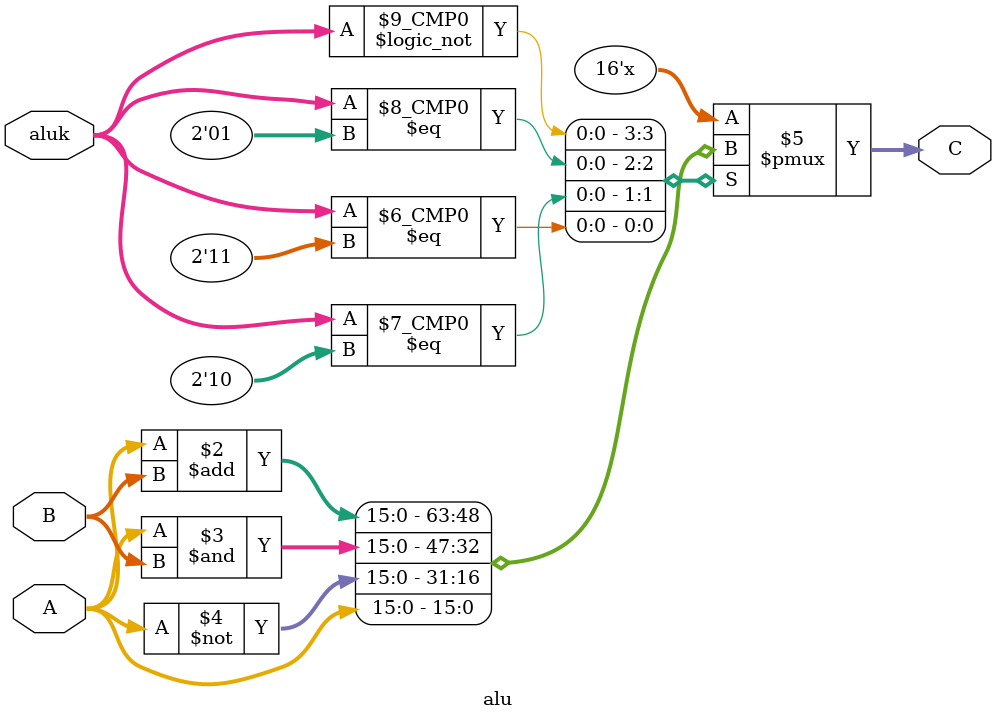
<source format=sv>

module alu(
    input logic  [15:0] A,
    input logic  [15:0] B,
    input logic  [1:0]  aluk,
    
    output logic [15:0] C
    );
    
    always_comb
    begin
        C = 16'h0000;
        case(aluk)
            2'b00: C = A + B;
            2'b01: C = A & B;
            2'b10: C = ~A;
            2'b11: C = A;
            default: C = 16'h0000;
        endcase
    end        
            
        
    
endmodule

</source>
